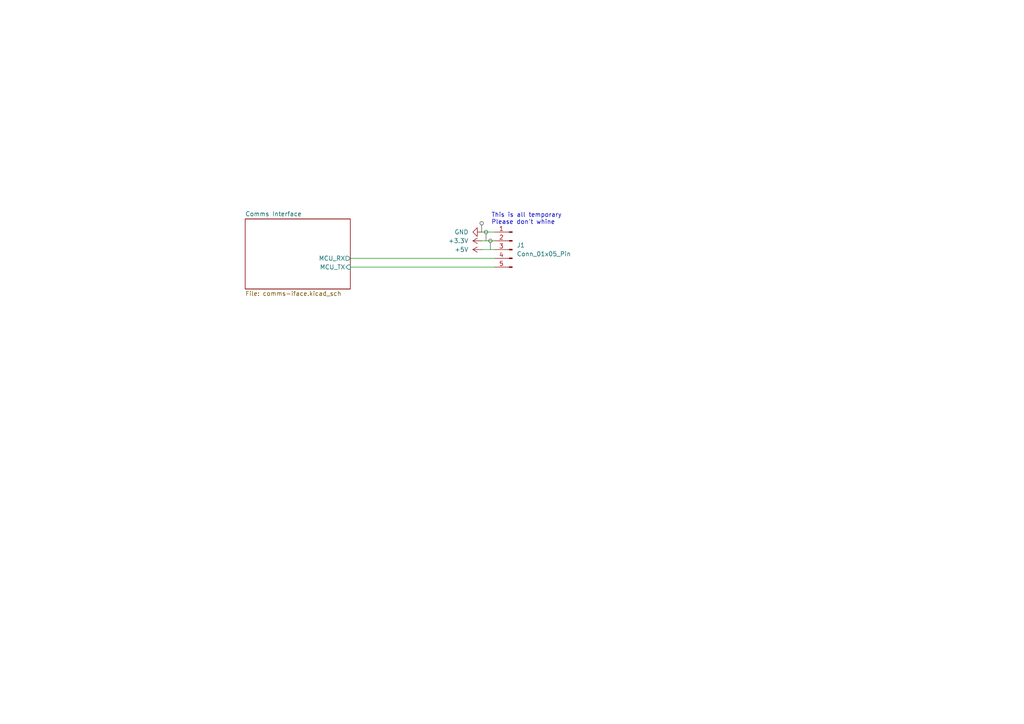
<source format=kicad_sch>
(kicad_sch (version 20231120) (generator "eeschema") (generator_version "8.0")
  (paper "A4")
  (title_block (title "Macadamia - Top Level") (comment 1 "Meridian Audio Comms And Digital Audio") (comment 2 "Master Interface Adapter"))
  (lib_symbols
    (symbol "Connector:Conn_01x05_Pin" (pin_names (offset 1.016) hide)
      (property "Reference" "J" (at 0 7.62 0))
      (property "Value" "Conn_01x05_Pin" (at 0 -7.62 0))
      (symbol "Conn_01x05_Pin_1_1"
        (polyline (pts (xy 1.27 -5.08) (xy 0.8636 -5.08)) (stroke (width 0.1524)))
        (polyline (pts (xy 1.27 -2.54) (xy 0.8636 -2.54)) (stroke (width 0.1524)))
        (polyline (pts (xy 1.27 0) (xy 0.8636 0)) (stroke (width 0.1524)))
        (polyline (pts (xy 1.27 2.54) (xy 0.8636 2.54)) (stroke (width 0.1524)))
        (polyline (pts (xy 1.27 5.08) (xy 0.8636 5.08)) (stroke (width 0.1524)))
        (rectangle (start 0.8636 -4.953) (end 0 -5.207) (stroke (width 0.1524)) (fill (type outline)))
        (rectangle (start 0.8636 -2.413) (end 0 -2.667) (stroke (width 0.1524)) (fill (type outline)))
        (rectangle (start 0.8636 0.127) (end 0 -0.127) (stroke (width 0.1524)) (fill (type outline)))
        (rectangle (start 0.8636 2.667) (end 0 2.413) (stroke (width 0.1524)) (fill (type outline)))
        (rectangle (start 0.8636 5.207) (end 0 4.953) (stroke (width 0.1524)) (fill (type outline)))
        (pin passive line (at 5.08 5.08 180) (length 3.81) (name "Pin_1") (number "1"))
        (pin passive line (at 5.08 2.54 180) (length 3.81) (name "Pin_2") (number "2"))
        (pin passive line (at 5.08 0 180) (length 3.81) (name "Pin_3") (number "3"))
        (pin passive line (at 5.08 -2.54 180) (length 3.81) (name "Pin_4") (number "4"))
        (pin passive line (at 5.08 -5.08 180) (length 3.81) (name "Pin_5") (number "5"))
      )
    )
    (symbol "power:+3.3V" (power) (pin_numbers hide) (pin_names (offset 0) hide)
      (property "Value" "+3.3V" (at 0 3.556 0))
      (symbol "+3.3V_0_1"
        (polyline (pts (xy -0.762 1.27) (xy 0 2.54)))
        (polyline (pts (xy 0 0) (xy 0 2.54)))
        (polyline (pts (xy 0 2.54) (xy 0.762 1.27)))
      )
      (symbol "+3.3V_1_1"
        (pin power_in line (at 0 0 90) (length 0) (name "~") (number "1"))
      )
    )
    (symbol "power:+5V" (power) (pin_numbers hide) (pin_names (offset 0) hide)
      (property "Value" "+5V" (at 0 3.556 0))
      (symbol "+5V_0_1"
        (polyline (pts (xy -0.762 1.27) (xy 0 2.54)))
        (polyline (pts (xy 0 0) (xy 0 2.54)))
        (polyline (pts (xy 0 2.54) (xy 0.762 1.27)))
      )
      (symbol "+5V_1_1"
        (pin power_in line (at 0 0 90) (length 0) (name "~") (number "1"))
      )
    )
    (symbol "power:GND" (power) (pin_numbers hide) (pin_names (offset 0) hide)
      (property "Value" "GND" (at 0 -3.81 0))
      (symbol "GND_0_1"
        (polyline (pts (xy 0 0) (xy 0 -1.27) (xy 1.27 -1.27) (xy 0 -2.54) (xy -1.27 -1.27) (xy 0 -1.27)))
      )
      (symbol "GND_1_1"
        (pin power_in line (at 0 0 270) (length 0) (name "~") (number "1"))
      )
    )
  )
  (wire (pts (xy 101.6 77.47) (xy 143.51 77.47)))
  (wire (pts (xy 139.7 69.85) (xy 143.51 69.85)))
  (wire (pts (xy 139.7 72.39) (xy 143.51 72.39)))
  (wire (pts (xy 139.7 67.31) (xy 143.51 67.31)))
  (wire (pts (xy 101.6 74.93) (xy 143.51 74.93)))
  (text "This is all temporary\nPlease don't whine" (at 142.494 63.5 0) (effects (font (size 1.27 1.27)) (justify left)))
  (netclass_flag "" (length 2.54) (shape round) (at 139.7 67.31 0) (property "Netclass" "Power" (effects (hide yes))))
  (netclass_flag "" (length 2.54) (shape round) (at 142.24 72.39 0) (property "Netclass" "Power" (effects (hide yes))))
  (netclass_flag "" (length 2.54) (shape round) (at 140.97 69.85 0) (property "Netclass" "Power" (effects (hide yes))))
  (symbol (lib_id "power:+3.3V") (at 139.7 69.85 90) (unit 1)
    (property "Reference" "#PWR02" (effects (hide yes)))
    (property "Value" "+3.3V" (at 135.89 69.8499 90) (effects (justify left)))
    (property "Description" "Power symbol creates a global label with name \"+3.3V\"" (effects (hide yes)))
  )
  (symbol (lib_id "Connector:Conn_01x05_Pin") (at 148.59 72.39 0) (mirror y) (unit 1)
    (property "Reference" "J1" (at 149.86 71.1199 0) (effects (justify right)))
    (property "Value" "Conn_01x05_Pin" (at 149.86 73.6599 0) (effects (justify right)))
    (property "Footprint" "Connector_PinHeader_2.54mm:PinHeader_1x05_P2.54mm_Vertical" (effects (hide yes)))
    (property "Description" "Generic connector, single row, 01x05, script generated" (effects (hide yes)))
  )
  (symbol (lib_id "power:GND") (at 139.7 67.31 270) (unit 1)
    (property "Reference" "#PWR01" (effects (hide yes)))
    (property "Value" "GND" (at 135.89 67.3099 90) (effects (justify right)))
    (property "Description" "Power symbol creates a global label with name \"GND\" , ground" (effects (hide yes)))
  )
  (symbol (lib_id "power:+5V") (at 139.7 72.39 90) (unit 1)
    (property "Reference" "#PWR03" (effects (hide yes)))
    (property "Value" "+5V" (at 135.89 72.3899 90) (effects (justify left)))
    (property "Description" "Power symbol creates a global label with name \"+5V\"" (effects (hide yes)))
  )
  (sheet (at 71.12 63.5) (size 30.48 20.32) (stroke (width 0.1524))
    (property "Sheetname" "Comms Interface" (at 71.12 62.7884 0) (effects (justify left bottom)))
    (property "Sheetfile" "comms-iface.kicad_sch" (at 71.12 84.4046 0) (effects (justify left top)))
    (pin "MCU_RX" output (at 101.6 74.93 0))
    (pin "MCU_TX" input (at 101.6 77.47 0))
  )
)
</source>
